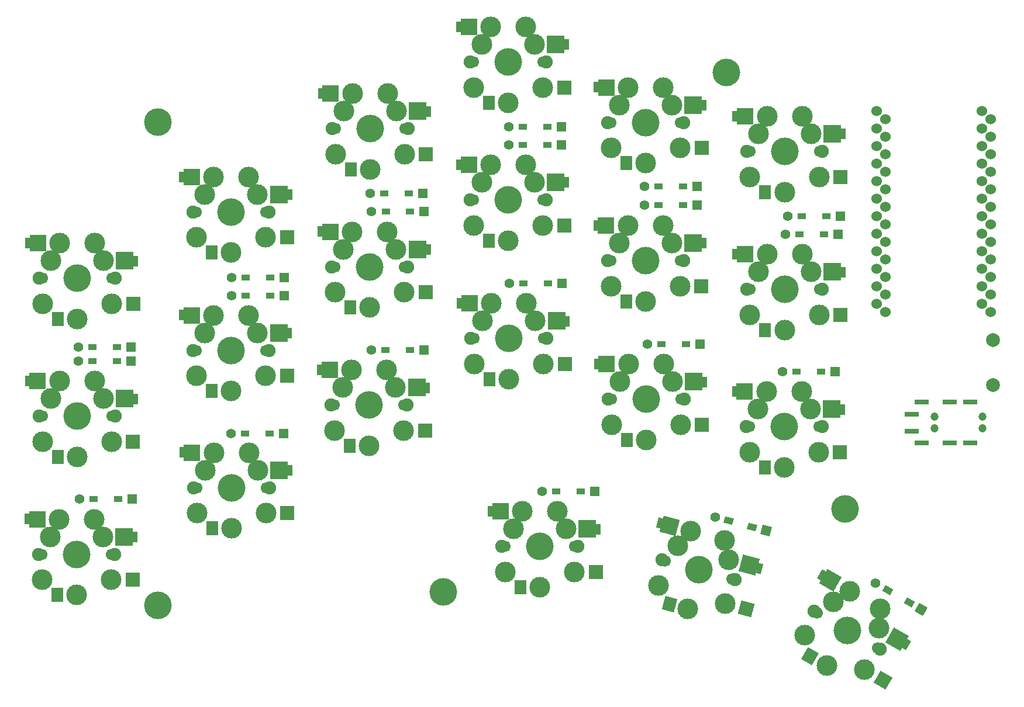
<source format=gbr>
%TF.GenerationSoftware,KiCad,Pcbnew,7.0.6*%
%TF.CreationDate,2023-08-21T12:13:53+07:00*%
%TF.ProjectId,GlupV1,476c7570-5631-42e6-9b69-6361645f7063,rev?*%
%TF.SameCoordinates,Original*%
%TF.FileFunction,Soldermask,Top*%
%TF.FilePolarity,Negative*%
%FSLAX46Y46*%
G04 Gerber Fmt 4.6, Leading zero omitted, Abs format (unit mm)*
G04 Created by KiCad (PCBNEW 7.0.6) date 2023-08-21 12:13:53*
%MOMM*%
%LPD*%
G01*
G04 APERTURE LIST*
G04 Aperture macros list*
%AMRotRect*
0 Rectangle, with rotation*
0 The origin of the aperture is its center*
0 $1 length*
0 $2 width*
0 $3 Rotation angle, in degrees counterclockwise*
0 Add horizontal line*
21,1,$1,$2,0,0,$3*%
G04 Aperture macros list end*
%ADD10C,1.900000*%
%ADD11C,1.700000*%
%ADD12C,3.000000*%
%ADD13C,0.100000*%
%ADD14C,4.000000*%
%ADD15R,0.700000X1.500000*%
%ADD16R,2.400000X2.400000*%
%ADD17R,2.000000X2.000000*%
%ADD18R,1.800000X2.000000*%
%ADD19R,2.500000X2.500000*%
%ADD20R,1.397000X1.397000*%
%ADD21R,1.300000X0.950000*%
%ADD22C,1.397000*%
%ADD23C,2.000000*%
%ADD24C,1.524000*%
%ADD25RotRect,1.397000X1.397000X345.000000*%
%ADD26RotRect,1.300000X0.950000X345.000000*%
%ADD27RotRect,1.397000X1.397000X330.000000*%
%ADD28RotRect,1.300000X0.950000X330.000000*%
%ADD29RotRect,0.700000X1.500000X345.000000*%
%ADD30RotRect,2.400000X2.400000X165.000000*%
%ADD31RotRect,2.000000X2.000000X165.000000*%
%ADD32RotRect,1.800000X2.000000X165.000000*%
%ADD33RotRect,2.500000X2.500000X165.000000*%
%ADD34C,1.200000*%
%ADD35R,2.100000X0.800000*%
%ADD36RotRect,0.700000X1.500000X330.000000*%
%ADD37RotRect,2.400000X2.400000X150.000000*%
%ADD38RotRect,2.000000X2.000000X150.000000*%
%ADD39RotRect,1.800000X2.000000X150.000000*%
%ADD40RotRect,2.500000X2.500000X150.000000*%
G04 APERTURE END LIST*
D10*
%TO.C,SW9*%
X91130000Y-87780000D03*
D11*
X91550000Y-87780000D03*
D12*
X91630000Y-91480000D03*
D13*
X92805000Y-85200000D03*
D12*
X92820000Y-85239999D03*
X94090000Y-82700000D03*
D14*
X96630000Y-87780000D03*
D12*
X96630000Y-93680000D03*
X99170000Y-82700000D03*
X100440000Y-85240000D03*
X100440000Y-85240000D03*
D13*
X100455000Y-85200000D03*
D12*
X101630000Y-91480000D03*
D11*
X101710000Y-87780000D03*
D10*
X102130000Y-87780000D03*
D15*
X89430000Y-82680000D03*
D16*
X90930000Y-82700000D03*
D17*
X104730000Y-91480000D03*
D18*
X93830000Y-93680000D03*
D19*
X103530000Y-85239999D03*
D15*
X105130000Y-85280000D03*
%TD*%
D10*
%TO.C,SW13*%
X115835400Y-108266000D03*
D11*
X116255400Y-108266000D03*
D12*
X116335400Y-111966000D03*
D13*
X117510400Y-105686000D03*
D12*
X117525400Y-105725999D03*
X118795400Y-103186000D03*
D14*
X121335400Y-108266000D03*
D12*
X121335400Y-114166000D03*
X123875400Y-103186000D03*
X125145400Y-105726000D03*
X125145400Y-105726000D03*
D13*
X125160400Y-105686000D03*
D12*
X126335400Y-111966000D03*
D11*
X126415400Y-108266000D03*
D10*
X126835400Y-108266000D03*
D15*
X114135400Y-103166000D03*
D16*
X115635400Y-103186000D03*
D17*
X129435400Y-111966000D03*
D18*
X118535400Y-114166000D03*
D19*
X128235400Y-105725999D03*
D15*
X129835400Y-105766000D03*
%TD*%
D20*
%TO.C,D14*%
X144160000Y-56134000D03*
D21*
X142125000Y-56134000D03*
X138575000Y-56134000D03*
D22*
X136540000Y-56134000D03*
%TD*%
D23*
%TO.C,RSW1*%
X186930000Y-78370000D03*
X186930000Y-84870000D03*
%TD*%
D24*
%TO.C,U1*%
X170100000Y-45180000D03*
X186638815Y-46375745D03*
X170100000Y-47720000D03*
X186638815Y-48915745D03*
X170100000Y-50260000D03*
X186638815Y-51455745D03*
X170100000Y-52800000D03*
X186638815Y-53995745D03*
X170100000Y-55340000D03*
X186638815Y-56535745D03*
X170100000Y-57880000D03*
X186638815Y-59075745D03*
X170100000Y-60420000D03*
X186638815Y-61615745D03*
X170100000Y-62960000D03*
X186638815Y-64155745D03*
X170100000Y-65500000D03*
X186638815Y-66695745D03*
X170100000Y-68040000D03*
X186638815Y-69235745D03*
X170100000Y-70580000D03*
X186638815Y-71775745D03*
X170100000Y-73120000D03*
X186638815Y-74315745D03*
X171398815Y-74315745D03*
X185340000Y-73120000D03*
X171398815Y-71775745D03*
X185340000Y-70580000D03*
X171398815Y-69235745D03*
X185340000Y-68040000D03*
X171398815Y-66695745D03*
X185340000Y-65500000D03*
X171398815Y-64155745D03*
X185340000Y-62960000D03*
X171398815Y-61615745D03*
X185340000Y-60420000D03*
X171398815Y-59075745D03*
X185340000Y-57880000D03*
X171398815Y-56535745D03*
X185340000Y-55340000D03*
X171398815Y-53995745D03*
X185340000Y-52800000D03*
X171398815Y-51455745D03*
X185340000Y-50260000D03*
X171398815Y-48915745D03*
X185340000Y-47720000D03*
X171398815Y-46375745D03*
X185340000Y-45180000D03*
%TD*%
D20*
%TO.C,D16*%
X144550000Y-78930000D03*
D21*
X142515000Y-78930000D03*
X138965000Y-78930000D03*
D22*
X136930000Y-78930000D03*
%TD*%
D14*
%TO.C,MH1*%
X66080000Y-116780000D03*
%TD*%
%TO.C,MH2*%
X66080000Y-46760000D03*
%TD*%
D10*
%TO.C,SW6*%
X71200000Y-99756000D03*
D11*
X71620000Y-99756000D03*
D12*
X71700000Y-103456000D03*
D13*
X72875000Y-97176000D03*
D12*
X72890000Y-97215999D03*
X74160000Y-94676000D03*
D14*
X76700000Y-99756000D03*
D12*
X76700000Y-105656000D03*
X79240000Y-94676000D03*
X80510000Y-97216000D03*
X80510000Y-97216000D03*
D13*
X80525000Y-97176000D03*
D12*
X81700000Y-103456000D03*
D11*
X81780000Y-99756000D03*
D10*
X82200000Y-99756000D03*
D15*
X69500000Y-94656000D03*
D16*
X71000000Y-94676000D03*
D17*
X84800000Y-103456000D03*
D18*
X73900000Y-105656000D03*
D19*
X83600000Y-97215999D03*
D15*
X85200000Y-97256000D03*
%TD*%
D10*
%TO.C,SW5*%
X71150000Y-79856000D03*
D11*
X71570000Y-79856000D03*
D12*
X71650000Y-83556000D03*
D13*
X72825000Y-77276000D03*
D12*
X72840000Y-77315999D03*
X74110000Y-74776000D03*
D14*
X76650000Y-79856000D03*
D12*
X76650000Y-85756000D03*
X79190000Y-74776000D03*
X80460000Y-77316000D03*
X80460000Y-77316000D03*
D13*
X80475000Y-77276000D03*
D12*
X81650000Y-83556000D03*
D11*
X81730000Y-79856000D03*
D10*
X82150000Y-79856000D03*
D15*
X69450000Y-74756000D03*
D16*
X70950000Y-74776000D03*
D17*
X84750000Y-83556000D03*
D18*
X73850000Y-85756000D03*
D19*
X83550000Y-77315999D03*
D15*
X85150000Y-77356000D03*
%TD*%
D20*
%TO.C,D11*%
X124470000Y-50110000D03*
D21*
X122435000Y-50110000D03*
X118885000Y-50110000D03*
D22*
X116850000Y-50110000D03*
%TD*%
D10*
%TO.C,SW4*%
X71170000Y-59806000D03*
D11*
X71590000Y-59806000D03*
D12*
X71670000Y-63506000D03*
D13*
X72845000Y-57226000D03*
D12*
X72860000Y-57265999D03*
X74130000Y-54726000D03*
D14*
X76670000Y-59806000D03*
D12*
X76670000Y-65706000D03*
X79210000Y-54726000D03*
X80480000Y-57266000D03*
X80480000Y-57266000D03*
D13*
X80495000Y-57226000D03*
D12*
X81670000Y-63506000D03*
D11*
X81750000Y-59806000D03*
D10*
X82170000Y-59806000D03*
D15*
X69470000Y-54706000D03*
D16*
X70970000Y-54726000D03*
D17*
X84770000Y-63506000D03*
D18*
X73870000Y-65706000D03*
D19*
X83570000Y-57265999D03*
D15*
X85170000Y-57306000D03*
%TD*%
D20*
%TO.C,D20*%
X164115000Y-82910000D03*
D21*
X162080000Y-82910000D03*
X158530000Y-82910000D03*
D22*
X156495000Y-82910000D03*
%TD*%
D20*
%TO.C,D13*%
X129290000Y-100320000D03*
D21*
X127255000Y-100320000D03*
X123705000Y-100320000D03*
D22*
X121670000Y-100320000D03*
%TD*%
D20*
%TO.C,D7*%
X104394000Y-57150000D03*
D21*
X102359000Y-57150000D03*
X98809000Y-57150000D03*
D22*
X96774000Y-57150000D03*
%TD*%
D20*
%TO.C,D1*%
X62200000Y-79356000D03*
D21*
X60165000Y-79356000D03*
X56615000Y-79356000D03*
D22*
X54580000Y-79356000D03*
%TD*%
D10*
%TO.C,SW11*%
X111270000Y-58040000D03*
D11*
X111690000Y-58040000D03*
D12*
X111770000Y-61740000D03*
D13*
X112945000Y-55460000D03*
D12*
X112960000Y-55499999D03*
X114230000Y-52960000D03*
D14*
X116770000Y-58040000D03*
D12*
X116770000Y-63940000D03*
X119310000Y-52960000D03*
X120580000Y-55500000D03*
X120580000Y-55500000D03*
D13*
X120595000Y-55460000D03*
D12*
X121770000Y-61740000D03*
D11*
X121850000Y-58040000D03*
D10*
X122270000Y-58040000D03*
D15*
X109570000Y-52940000D03*
D16*
X111070000Y-52960000D03*
D17*
X124870000Y-61740000D03*
D18*
X113970000Y-63940000D03*
D19*
X123670000Y-55499999D03*
D15*
X125270000Y-55540000D03*
%TD*%
D10*
%TO.C,SW3*%
X48780000Y-109406000D03*
D11*
X49200000Y-109406000D03*
D12*
X49280000Y-113106000D03*
D13*
X50455000Y-106826000D03*
D12*
X50470000Y-106865999D03*
X51740000Y-104326000D03*
D14*
X54280000Y-109406000D03*
D12*
X54280000Y-115306000D03*
X56820000Y-104326000D03*
X58090000Y-106866000D03*
X58090000Y-106866000D03*
D13*
X58105000Y-106826000D03*
D12*
X59280000Y-113106000D03*
D11*
X59360000Y-109406000D03*
D10*
X59780000Y-109406000D03*
D15*
X47080000Y-104306000D03*
D16*
X48580000Y-104326000D03*
D17*
X62380000Y-113106000D03*
D18*
X51480000Y-115306000D03*
D19*
X61180000Y-106865999D03*
D15*
X62780000Y-106906000D03*
%TD*%
D25*
%TO.C,D17*%
X154071685Y-105967609D03*
D26*
X152106026Y-105440912D03*
X148676990Y-104522104D03*
D22*
X146711331Y-103995407D03*
%TD*%
D14*
%TO.C,MH4*%
X107340000Y-114900000D03*
%TD*%
D10*
%TO.C,SW20*%
X151210000Y-90930000D03*
D11*
X151630000Y-90930000D03*
D12*
X151710000Y-94630000D03*
D13*
X152885000Y-88350000D03*
D12*
X152900000Y-88389999D03*
X154170000Y-85850000D03*
D14*
X156710000Y-90930000D03*
D12*
X156710000Y-96830000D03*
X159250000Y-85850000D03*
X160520000Y-88390000D03*
X160520000Y-88390000D03*
D13*
X160535000Y-88350000D03*
D12*
X161710000Y-94630000D03*
D11*
X161790000Y-90930000D03*
D10*
X162210000Y-90930000D03*
D15*
X149510000Y-85830000D03*
D16*
X151010000Y-85850000D03*
D17*
X164810000Y-94630000D03*
D18*
X153910000Y-96830000D03*
D19*
X163610000Y-88389999D03*
D15*
X165210000Y-88430000D03*
%TD*%
D20*
%TO.C,D9*%
X104555000Y-79810000D03*
D21*
X102520000Y-79810000D03*
X98970000Y-79810000D03*
D22*
X96935000Y-79810000D03*
%TD*%
D20*
%TO.C,D5*%
X84350000Y-71930000D03*
D21*
X82315000Y-71930000D03*
X78765000Y-71930000D03*
D22*
X76730000Y-71930000D03*
%TD*%
D10*
%TO.C,SW15*%
X131150000Y-66840000D03*
D11*
X131570000Y-66840000D03*
D12*
X131650000Y-70540000D03*
D13*
X132825000Y-64260000D03*
D12*
X132840000Y-64299999D03*
X134110000Y-61760000D03*
D14*
X136650000Y-66840000D03*
D12*
X136650000Y-72740000D03*
X139190000Y-61760000D03*
X140460000Y-64300000D03*
X140460000Y-64300000D03*
D13*
X140475000Y-64260000D03*
D12*
X141650000Y-70540000D03*
D11*
X141730000Y-66840000D03*
D10*
X142150000Y-66840000D03*
D15*
X129450000Y-61740000D03*
D16*
X130950000Y-61760000D03*
D17*
X144750000Y-70540000D03*
D18*
X133850000Y-72740000D03*
D19*
X143550000Y-64299999D03*
D15*
X145150000Y-64340000D03*
%TD*%
D10*
%TO.C,SW8*%
X91240000Y-67760000D03*
D11*
X91660000Y-67760000D03*
D12*
X91740000Y-71460000D03*
D13*
X92915000Y-65180000D03*
D12*
X92930000Y-65219999D03*
X94200000Y-62680000D03*
D14*
X96740000Y-67760000D03*
D12*
X96740000Y-73660000D03*
X99280000Y-62680000D03*
X100550000Y-65220000D03*
X100550000Y-65220000D03*
D13*
X100565000Y-65180000D03*
D12*
X101740000Y-71460000D03*
D11*
X101820000Y-67760000D03*
D10*
X102240000Y-67760000D03*
D15*
X89540000Y-62660000D03*
D16*
X91040000Y-62680000D03*
D17*
X104840000Y-71460000D03*
D18*
X93940000Y-73660000D03*
D19*
X103640000Y-65219999D03*
D15*
X105240000Y-65260000D03*
%TD*%
D10*
%TO.C,SW12*%
X111360000Y-78120000D03*
D11*
X111780000Y-78120000D03*
D12*
X111860000Y-81820000D03*
D13*
X113035000Y-75540000D03*
D12*
X113050000Y-75579999D03*
X114320000Y-73040000D03*
D14*
X116860000Y-78120000D03*
D12*
X116860000Y-84020000D03*
X119400000Y-73040000D03*
X120670000Y-75580000D03*
X120670000Y-75580000D03*
D13*
X120685000Y-75540000D03*
D12*
X121860000Y-81820000D03*
D11*
X121940000Y-78120000D03*
D10*
X122360000Y-78120000D03*
D15*
X109660000Y-73020000D03*
D16*
X111160000Y-73040000D03*
D17*
X124960000Y-81820000D03*
D18*
X114060000Y-84020000D03*
D19*
X123760000Y-75579999D03*
D15*
X125360000Y-75620000D03*
%TD*%
D20*
%TO.C,D19*%
X164565000Y-63040000D03*
D21*
X162530000Y-63040000D03*
X158980000Y-63040000D03*
D22*
X156945000Y-63040000D03*
%TD*%
D27*
%TO.C,D21*%
X176582362Y-117397500D03*
D28*
X174820000Y-116380000D03*
X171745610Y-114605000D03*
D22*
X169983248Y-113587500D03*
%TD*%
D20*
%TO.C,D8*%
X104625000Y-59780000D03*
D21*
X102590000Y-59780000D03*
X99040000Y-59780000D03*
D22*
X97005000Y-59780000D03*
%TD*%
D14*
%TO.C,MH3*%
X148336000Y-39624000D03*
%TD*%
D10*
%TO.C,SW2*%
X48840000Y-89390000D03*
D11*
X49260000Y-89390000D03*
D12*
X49340000Y-93090000D03*
D13*
X50515000Y-86810000D03*
D12*
X50530000Y-86849999D03*
X51800000Y-84310000D03*
D14*
X54340000Y-89390000D03*
D12*
X54340000Y-95290000D03*
X56880000Y-84310000D03*
X58150000Y-86850000D03*
X58150000Y-86850000D03*
D13*
X58165000Y-86810000D03*
D12*
X59340000Y-93090000D03*
D11*
X59420000Y-89390000D03*
D10*
X59840000Y-89390000D03*
D15*
X47140000Y-84290000D03*
D16*
X48640000Y-84310000D03*
D17*
X62440000Y-93090000D03*
D18*
X51540000Y-95290000D03*
D19*
X61240000Y-86849999D03*
D15*
X62840000Y-86890000D03*
%TD*%
D20*
%TO.C,D4*%
X84320000Y-69342000D03*
D21*
X82285000Y-69342000D03*
X78735000Y-69342000D03*
D22*
X76700000Y-69342000D03*
%TD*%
D14*
%TO.C,MH5*%
X165540000Y-102860000D03*
%TD*%
D10*
%TO.C,SW17*%
X139023608Y-110223195D03*
D11*
X139429297Y-110331899D03*
D12*
X138548940Y-113926530D03*
D13*
X141309287Y-108164629D03*
D12*
X141313423Y-108207147D03*
X143197549Y-106082396D03*
D14*
X144336200Y-111646700D03*
D12*
X142809168Y-117345662D03*
X148104452Y-107397197D03*
X148673778Y-110179349D03*
X148673778Y-110179349D03*
D13*
X148698619Y-110144594D03*
D12*
X148208199Y-116514721D03*
D11*
X149243103Y-112961501D03*
D10*
X149648792Y-113070205D03*
D29*
X138701511Y-104856981D03*
D30*
X140145224Y-105264528D03*
D31*
X151202569Y-117317060D03*
D32*
X140104575Y-116620969D03*
D33*
X151658489Y-110979099D03*
D29*
X153193617Y-111431847D03*
%TD*%
D20*
%TO.C,D10*%
X124460000Y-47498000D03*
D21*
X122425000Y-47498000D03*
X118875000Y-47498000D03*
D22*
X116840000Y-47498000D03*
%TD*%
D10*
%TO.C,SW19*%
X151280000Y-71020000D03*
D11*
X151700000Y-71020000D03*
D12*
X151780000Y-74720000D03*
D13*
X152955000Y-68440000D03*
D12*
X152970000Y-68479999D03*
X154240000Y-65940000D03*
D14*
X156780000Y-71020000D03*
D12*
X156780000Y-76920000D03*
X159320000Y-65940000D03*
X160590000Y-68480000D03*
X160590000Y-68480000D03*
D13*
X160605000Y-68440000D03*
D12*
X161780000Y-74720000D03*
D11*
X161860000Y-71020000D03*
D10*
X162280000Y-71020000D03*
D15*
X149580000Y-65920000D03*
D16*
X151080000Y-65940000D03*
D17*
X164880000Y-74720000D03*
D18*
X153980000Y-76920000D03*
D19*
X163680000Y-68479999D03*
D15*
X165280000Y-68520000D03*
%TD*%
D20*
%TO.C,D12*%
X124595000Y-70140000D03*
D21*
X122560000Y-70140000D03*
X119010000Y-70140000D03*
D22*
X116975000Y-70140000D03*
%TD*%
D34*
%TO.C,J2*%
X185457500Y-89445000D03*
X178457500Y-89445000D03*
X185457500Y-91195000D03*
X178457500Y-91195000D03*
D35*
X175157500Y-89095000D03*
X175157500Y-91545000D03*
X183657500Y-87345000D03*
X183657500Y-93295000D03*
X180657500Y-87345000D03*
X180657500Y-93295000D03*
X176657500Y-87345000D03*
X176657500Y-93295000D03*
%TD*%
D10*
%TO.C,SW18*%
X151280000Y-51010000D03*
D11*
X151700000Y-51010000D03*
D12*
X151780000Y-54710000D03*
D13*
X152955000Y-48430000D03*
D12*
X152970000Y-48469999D03*
X154240000Y-45930000D03*
D14*
X156780000Y-51010000D03*
D12*
X156780000Y-56910000D03*
X159320000Y-45930000D03*
X160590000Y-48470000D03*
X160590000Y-48470000D03*
D13*
X160605000Y-48430000D03*
D12*
X161780000Y-54710000D03*
D11*
X161860000Y-51010000D03*
D10*
X162280000Y-51010000D03*
D15*
X149580000Y-45910000D03*
D16*
X151080000Y-45930000D03*
D17*
X164880000Y-54710000D03*
D18*
X153980000Y-56910000D03*
D19*
X163680000Y-48469999D03*
D15*
X165280000Y-48510000D03*
%TD*%
D10*
%TO.C,SW10*%
X111270000Y-38060000D03*
D11*
X111690000Y-38060000D03*
D12*
X111770000Y-41760000D03*
D13*
X112945000Y-35480000D03*
D12*
X112960000Y-35519999D03*
X114230000Y-32980000D03*
D14*
X116770000Y-38060000D03*
D12*
X116770000Y-43960000D03*
X119310000Y-32980000D03*
X120580000Y-35520000D03*
X120580000Y-35520000D03*
D13*
X120595000Y-35480000D03*
D12*
X121770000Y-41760000D03*
D11*
X121850000Y-38060000D03*
D10*
X122270000Y-38060000D03*
D15*
X109570000Y-32960000D03*
D16*
X111070000Y-32980000D03*
D17*
X124870000Y-41760000D03*
D18*
X113970000Y-43960000D03*
D19*
X123670000Y-35519999D03*
D15*
X125270000Y-35560000D03*
%TD*%
D10*
%TO.C,SW21*%
X161081960Y-117680400D03*
D11*
X161445691Y-117890400D03*
D12*
X159664973Y-121134694D03*
D13*
X163822553Y-116283554D03*
D12*
X163815544Y-116325695D03*
X166185395Y-114760991D03*
D14*
X165845100Y-120430400D03*
D12*
X162895100Y-125539950D03*
X170584805Y-117300991D03*
X170414657Y-120135695D03*
X170414657Y-120135695D03*
D13*
X170447647Y-120108554D03*
D12*
X168325227Y-126134694D03*
D11*
X170244509Y-122970400D03*
D10*
X170608240Y-123180400D03*
D36*
X162159717Y-112413670D03*
D37*
X163448755Y-113180991D03*
D38*
X171009906Y-127684694D03*
D39*
X160470229Y-124139950D03*
D40*
X173090676Y-121680695D03*
D36*
X174456316Y-122515336D03*
%TD*%
D20*
%TO.C,D2*%
X62155000Y-81436000D03*
D21*
X60120000Y-81436000D03*
X56570000Y-81436000D03*
D22*
X54535000Y-81436000D03*
%TD*%
D20*
%TO.C,D18*%
X164849000Y-60452000D03*
D21*
X162814000Y-60452000D03*
X159264000Y-60452000D03*
D22*
X157229000Y-60452000D03*
%TD*%
D10*
%TO.C,SW14*%
X131170000Y-46850000D03*
D11*
X131590000Y-46850000D03*
D12*
X131670000Y-50550000D03*
D13*
X132845000Y-44270000D03*
D12*
X132860000Y-44309999D03*
X134130000Y-41770000D03*
D14*
X136670000Y-46850000D03*
D12*
X136670000Y-52750000D03*
X139210000Y-41770000D03*
X140480000Y-44310000D03*
X140480000Y-44310000D03*
D13*
X140495000Y-44270000D03*
D12*
X141670000Y-50550000D03*
D11*
X141750000Y-46850000D03*
D10*
X142170000Y-46850000D03*
D15*
X129470000Y-41750000D03*
D16*
X130970000Y-41770000D03*
D17*
X144770000Y-50550000D03*
D18*
X133870000Y-52750000D03*
D19*
X143570000Y-44309999D03*
D15*
X145170000Y-44350000D03*
%TD*%
D20*
%TO.C,D3*%
X62305000Y-101406000D03*
D21*
X60270000Y-101406000D03*
X56720000Y-101406000D03*
D22*
X54685000Y-101406000D03*
%TD*%
D20*
%TO.C,D6*%
X84250000Y-91900000D03*
D21*
X82215000Y-91900000D03*
X78665000Y-91900000D03*
D22*
X76630000Y-91900000D03*
%TD*%
D20*
%TO.C,D15*%
X144110000Y-58840000D03*
D21*
X142075000Y-58840000D03*
X138525000Y-58840000D03*
D22*
X136490000Y-58840000D03*
%TD*%
D10*
%TO.C,SW16*%
X131230000Y-86930000D03*
D11*
X131650000Y-86930000D03*
D12*
X131730000Y-90630000D03*
D13*
X132905000Y-84350000D03*
D12*
X132920000Y-84389999D03*
X134190000Y-81850000D03*
D14*
X136730000Y-86930000D03*
D12*
X136730000Y-92830000D03*
X139270000Y-81850000D03*
X140540000Y-84390000D03*
X140540000Y-84390000D03*
D13*
X140555000Y-84350000D03*
D12*
X141730000Y-90630000D03*
D11*
X141810000Y-86930000D03*
D10*
X142230000Y-86930000D03*
D15*
X129530000Y-81830000D03*
D16*
X131030000Y-81850000D03*
D17*
X144830000Y-90630000D03*
D18*
X133930000Y-92830000D03*
D19*
X143630000Y-84389999D03*
D15*
X145230000Y-84430000D03*
%TD*%
D10*
%TO.C,SW7*%
X91270000Y-47750000D03*
D11*
X91690000Y-47750000D03*
D12*
X91770000Y-51450000D03*
D13*
X92945000Y-45170000D03*
D12*
X92960000Y-45209999D03*
X94230000Y-42670000D03*
D14*
X96770000Y-47750000D03*
D12*
X96770000Y-53650000D03*
X99310000Y-42670000D03*
X100580000Y-45210000D03*
X100580000Y-45210000D03*
D13*
X100595000Y-45170000D03*
D12*
X101770000Y-51450000D03*
D11*
X101850000Y-47750000D03*
D10*
X102270000Y-47750000D03*
D15*
X89570000Y-42650000D03*
D16*
X91070000Y-42670000D03*
D17*
X104870000Y-51450000D03*
D18*
X93970000Y-53650000D03*
D19*
X103670000Y-45209999D03*
D15*
X105270000Y-45250000D03*
%TD*%
D10*
%TO.C,SW1*%
X48868000Y-69417500D03*
D11*
X49288000Y-69417500D03*
D12*
X49368000Y-73117500D03*
D13*
X50543000Y-66837500D03*
D12*
X50558000Y-66877499D03*
X51828000Y-64337500D03*
D14*
X54368000Y-69417500D03*
D12*
X54368000Y-75317500D03*
X56908000Y-64337500D03*
X58178000Y-66877500D03*
X58178000Y-66877500D03*
D13*
X58193000Y-66837500D03*
D12*
X59368000Y-73117500D03*
D11*
X59448000Y-69417500D03*
D10*
X59868000Y-69417500D03*
D15*
X47168000Y-64317500D03*
D16*
X48668000Y-64337500D03*
D17*
X62468000Y-73117500D03*
D18*
X51568000Y-75317500D03*
D19*
X61268000Y-66877499D03*
D15*
X62868000Y-66917500D03*
%TD*%
M02*

</source>
